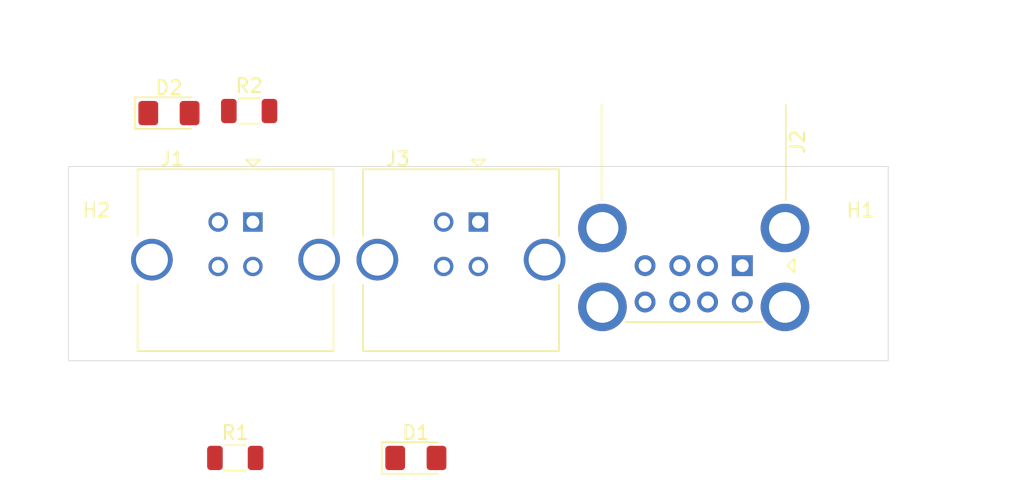
<source format=kicad_pcb>
(kicad_pcb (version 20240108) (generator "pcbnew") (generator_version "8.0")
  (layers (0 "F.Cu" signal) (31 "B.Cu" signal) (34 "B.Paste" user) (35 "F.Paste" user) (36 "B.SilkS" user "B.Silkscreen") (37 "F.SilkS" user "F.Silkscreen") (38 "B.Mask" user) (39 "F.Mask" user) (44 "Edge.Cuts" user))
  (net 0 "")
  (net 1 "GND")
  (net 2 "Net-(D1-A)")
  (net 3 "Net-(D2-A)")
  (net 4 "Net-(J1-D-)")
  (net 5 "Net-(J1-D+)")
  (net 6 "Net-(J1-VBUS)")
  (net 7 "Net-(J2-D1-)")
  (net 10 "Net-(J2-D1+)")
  (net 11 "Net-(J3-VBUS)")
  (footprint "Connector_USB:USB_A_CUI_UJ2-ADH-TH_Horizontal_Stacked" (layer "F.Cu") (at 169.500002 97.142316 -90)
    (property "Reference" "J2" (at -8.92 -3.990001 90) (layer "F.SilkS"))
    (property "Value" "USB_A_Stacked")
    (fp_line (start -11.58 10.13) (end -4.73 10.13) (stroke (width 0.12)) (layer "F.SilkS"))
    (fp_line (start 4.070001 8.4) (end 4.07 -1.4) (stroke (width 0.12)) (layer "F.SilkS"))
    (fp_line (start -4.73 -3.13) (end -11.58 -3.13) (stroke (width 0.12)) (layer "F.SilkS"))
    (fp_line (start 0 -3.25) (end 0.5 -3.75) (stroke (width 0.12)) (layer "F.SilkS"))
    (fp_line (start -0.5 -3.75) (end 0 -3.25) (stroke (width 0.12)) (layer "F.SilkS"))
    (fp_line (start 0.5 -3.75) (end -0.5 -3.75) (stroke (width 0.12)) (layer "F.SilkS"))
    (pad "1" thru_hole rect (at 0 0 270) (size 1.5 1.5) (drill 0.92) (layers "*.Cu" "*.Mask"))
    (pad "2" thru_hole circle (at 0 2.5 270) (size 1.5 1.5) (drill 0.92) (layers "*.Cu" "*.Mask") (net 7 "Net-(J2-D1-)"))
    (pad "3" thru_hole circle (at 0 4.500001 270) (size 1.5 1.5) (drill 0.92) (layers "*.Cu" "*.Mask") (net 10 "Net-(J2-D1+)"))
    (pad "4" thru_hole circle (at 0 6.999999 270) (size 1.5 1.5) (drill 0.92) (layers "*.Cu" "*.Mask") (net 1 "GND"))
    (pad "5" thru_hole circle (at 2.62 0 270) (size 1.5 1.5) (drill 0.92) (layers "*.Cu" "*.Mask"))
    (pad "6" thru_hole circle (at 2.62 2.5 270) (size 1.5 1.5) (drill 0.92) (layers "*.Cu" "*.Mask") (net 4 "Net-(J1-D-)"))
    (pad "7" thru_hole circle (at 2.62 4.5 270) (size 1.5 1.5) (drill 0.92) (layers "*.Cu" "*.Mask") (net 5 "Net-(J1-D+)"))
    (pad "8" thru_hole circle (at 2.62 7 270) (size 1.5 1.5) (drill 0.92) (layers "*.Cu" "*.Mask") (net 1 "GND"))
    (pad "9" thru_hole circle (at -2.71 -3.07 270) (size 3.5 3.5) (drill 2.3) (layers "*.Cu" "*.Mask") (net 1 "GND"))
    (pad "9" thru_hole circle (at -2.71 10.07 270) (size 3.5 3.5) (drill 2.3) (layers "*.Cu" "*.Mask") (net 1 "GND"))
    (pad "9" thru_hole circle (at 2.97 -3.07 270) (size 3.5 3.5) (drill 2.3) (layers "*.Cu" "*.Mask") (net 1 "GND"))
    (pad "9" thru_hole circle (at 2.97 10.07 270) (size 3.5 3.5) (drill 2.3) (layers "*.Cu" "*.Mask") (net 1 "GND"))
  )
  (footprint "LED_SMD:LED_1206_3216Metric_Pad1.42x1.75mm_HandSolder" (layer "F.Cu") (at 146 111)
    (property "Reference" "D1" (at 0 -1.82 0) (layer "F.SilkS"))
    (property "Value" "LED_Small")
    (fp_line (start -2.46 -1.135) (end -2.46 1.135) (stroke (width 0.12)) (layer "F.SilkS"))
    (fp_line (start -2.46 1.135) (end 1.6 1.135) (stroke (width 0.12)) (layer "F.SilkS"))
    (fp_line (start 1.6 -1.135) (end -2.46 -1.135) (stroke (width 0.12)) (layer "F.SilkS"))
    (pad "1" smd roundrect (at -1.4875 0) (size 1.425 1.75) (layers "F.Cu" "F.Paste" "F.Mask") (roundrect_rratio 0.175439) (net 1 "GND"))
    (pad "2" smd roundrect (at 1.4875 0) (size 1.425 1.75) (layers "F.Cu" "F.Paste" "F.Mask") (roundrect_rratio 0.175439) (net 2 "Net-(D1-A)"))
  )
  (footprint "MountingHole:MountingHole_3.2mm_M3_ISO7380" (layer "F.Cu") (at 123 97)
    (property "Reference" "H2" (at 0 -3.85 0) (layer "F.SilkS"))
    (property "Value" "MountingHole_Pad")
    (pad "" np_thru_hole circle (at 0 0) (size 3.2 3.2) (drill 3.2) (layers "*.Cu" "*.Mask"))
  )
  (footprint "Resistor_SMD:R_1206_3216Metric" (layer "F.Cu") (at 134 86)
    (property "Reference" "R2" (at 0 -1.82 0) (layer "F.SilkS"))
    (property "Value" "R_Small")
    (fp_line (start -0.727064 -0.91) (end 0.727064 -0.91) (stroke (width 0.12)) (layer "F.SilkS"))
    (fp_line (start -0.727064 0.91) (end 0.727064 0.91) (stroke (width 0.12)) (layer "F.SilkS"))
    (pad "1" smd roundrect (at -1.4625 0) (size 1.125 1.75) (layers "F.Cu" "F.Paste" "F.Mask") (roundrect_rratio 0.222222) (net 3 "Net-(D2-A)"))
    (pad "2" smd roundrect (at 1.4625 0) (size 1.125 1.75) (layers "F.Cu" "F.Paste" "F.Mask") (roundrect_rratio 0.222222) (net 11 "Net-(J3-VBUS)"))
  )
  (footprint "MountingHole:MountingHole_3.2mm_M3_ISO7380" (layer "F.Cu") (at 178 97)
    (property "Reference" "H1" (at 0 -3.85 0) (layer "F.SilkS"))
    (property "Value" "MountingHole_Pad")
    (pad "" np_thru_hole circle (at 0 0) (size 3.2 3.2) (drill 3.2) (layers "*.Cu" "*.Mask"))
  )
  (footprint "Connector_USB:USB_B_TE_5787834_Vertical" (layer "F.Cu") (at 134.27 94)
    (property "Reference" "J1" (at -5.8 -4.55 0) (layer "F.SilkS"))
    (property "Value" "USB_B")
    (fp_line (start -8.3 -3.8) (end 5.8 -3.8) (stroke (width 0.12)) (layer "F.SilkS"))
    (fp_line (start -8.3 1) (end -8.3 -3.8) (stroke (width 0.12)) (layer "F.SilkS"))
    (fp_line (start -8.3 9.3) (end -8.3 4.5) (stroke (width 0.12)) (layer "F.SilkS"))
    (fp_line (start -0.5 -4.5) (end 0 -4) (stroke (width 0.12)) (layer "F.SilkS"))
    (fp_line (start 0 -4) (end 0.5 -4.5) (stroke (width 0.12)) (layer "F.SilkS"))
    (fp_line (start 0.5 -4.5) (end -0.5 -4.5) (stroke (width 0.12)) (layer "F.SilkS"))
    (fp_line (start 5.8 -3.8) (end 5.8 1) (stroke (width 0.12)) (layer "F.SilkS"))
    (fp_line (start 5.8 4.5) (end 5.8 9.3) (stroke (width 0.12)) (layer "F.SilkS"))
    (fp_line (start 5.8 9.3) (end -8.3 9.3) (stroke (width 0.12)) (layer "F.SilkS"))
    (pad "1" thru_hole rect (at 0 0) (size 1.4 1.4) (drill 0.92) (layers "*.Cu" "*.Mask") (net 6 "Net-(J1-VBUS)"))
    (pad "2" thru_hole circle (at -2.5 0) (size 1.4 1.4) (drill 0.92) (layers "*.Cu" "*.Mask") (net 4 "Net-(J1-D-)"))
    (pad "3" thru_hole circle (at -2.5 3.2) (size 1.4 1.4) (drill 0.92) (layers "*.Cu" "*.Mask") (net 5 "Net-(J1-D+)"))
    (pad "4" thru_hole circle (at 0 3.2) (size 1.4 1.4) (drill 0.92) (layers "*.Cu" "*.Mask") (net 1 "GND"))
    (pad "5" thru_hole circle (at -7.27 2.71) (size 3 3) (drill 2.3) (layers "*.Cu" "*.Mask") (net 1 "GND"))
    (pad "5" thru_hole circle (at 4.77 2.71) (size 3 3) (drill 2.3) (layers "*.Cu" "*.Mask") (net 1 "GND"))
  )
  (footprint "LED_SMD:LED_1206_3216Metric_Pad1.42x1.75mm_HandSolder" (layer "F.Cu") (at 128.225 86.15)
    (property "Reference" "D2" (at 0 -1.82 0) (layer "F.SilkS"))
    (property "Value" "LED_Small")
    (fp_line (start -2.46 -1.135) (end -2.46 1.135) (stroke (width 0.12)) (layer "F.SilkS"))
    (fp_line (start -2.46 1.135) (end 1.6 1.135) (stroke (width 0.12)) (layer "F.SilkS"))
    (fp_line (start 1.6 -1.135) (end -2.46 -1.135) (stroke (width 0.12)) (layer "F.SilkS"))
    (pad "1" smd roundrect (at -1.4875 0) (size 1.425 1.75) (layers "F.Cu" "F.Paste" "F.Mask") (roundrect_rratio 0.175439) (net 1 "GND"))
    (pad "2" smd roundrect (at 1.4875 0) (size 1.425 1.75) (layers "F.Cu" "F.Paste" "F.Mask") (roundrect_rratio 0.175439) (net 3 "Net-(D2-A)"))
  )
  (footprint "Resistor_SMD:R_1206_3216Metric" (layer "F.Cu") (at 133 111)
    (property "Reference" "R1" (at 0 -1.82 0) (layer "F.SilkS"))
    (property "Value" "R_Small")
    (fp_line (start -0.727064 -0.91) (end 0.727064 -0.91) (stroke (width 0.12)) (layer "F.SilkS"))
    (fp_line (start -0.727064 0.91) (end 0.727064 0.91) (stroke (width 0.12)) (layer "F.SilkS"))
    (pad "1" smd roundrect (at -1.4625 0) (size 1.125 1.75) (layers "F.Cu" "F.Paste" "F.Mask") (roundrect_rratio 0.222222) (net 2 "Net-(D1-A)"))
    (pad "2" smd roundrect (at 1.4625 0) (size 1.125 1.75) (layers "F.Cu" "F.Paste" "F.Mask") (roundrect_rratio 0.222222) (net 6 "Net-(J1-VBUS)"))
  )
  (footprint "Connector_USB:USB_B_TE_5787834_Vertical" (layer "F.Cu") (at 150.5 94)
    (property "Reference" "J3" (at -5.8 -4.55 360) (layer "F.SilkS"))
    (property "Value" "USB_B")
    (fp_line (start -8.3 -3.8) (end 5.8 -3.8) (stroke (width 0.12)) (layer "F.SilkS"))
    (fp_line (start -8.3 1) (end -8.3 -3.8) (stroke (width 0.12)) (layer "F.SilkS"))
    (fp_line (start -8.3 9.3) (end -8.3 4.5) (stroke (width 0.12)) (layer "F.SilkS"))
    (fp_line (start -0.5 -4.5) (end 0 -4) (stroke (width 0.12)) (layer "F.SilkS"))
    (fp_line (start 0 -4) (end 0.5 -4.5) (stroke (width 0.12)) (layer "F.SilkS"))
    (fp_line (start 0.5 -4.5) (end -0.5 -4.5) (stroke (width 0.12)) (layer "F.SilkS"))
    (fp_line (start 5.8 -3.8) (end 5.8 1) (stroke (width 0.12)) (layer "F.SilkS"))
    (fp_line (start 5.8 4.5) (end 5.8 9.3) (stroke (width 0.12)) (layer "F.SilkS"))
    (fp_line (start 5.8 9.3) (end -8.3 9.3) (stroke (width 0.12)) (layer "F.SilkS"))
    (pad "1" thru_hole rect (at 0 0) (size 1.4 1.4) (drill 0.92) (layers "*.Cu" "*.Mask") (net 11 "Net-(J3-VBUS)"))
    (pad "2" thru_hole circle (at -2.5 0) (size 1.4 1.4) (drill 0.92) (layers "*.Cu" "*.Mask") (net 7 "Net-(J2-D1-)"))
    (pad "3" thru_hole circle (at -2.5 3.2) (size 1.4 1.4) (drill 0.92) (layers "*.Cu" "*.Mask") (net 10 "Net-(J2-D1+)"))
    (pad "4" thru_hole circle (at 0 3.2) (size 1.4 1.4) (drill 0.92) (layers "*.Cu" "*.Mask") (net 1 "GND"))
    (pad "5" thru_hole circle (at -7.27 2.71) (size 3 3) (drill 2.3) (layers "*.Cu" "*.Mask") (net 1 "GND"))
    (pad "5" thru_hole circle (at 4.77 2.71) (size 3 3) (drill 2.3) (layers "*.Cu" "*.Mask") (net 1 "GND"))
  )
  (gr_rect (start 121 90) (end 180 104) (stroke (width 0.05)) (fill none) (layer "Edge.Cuts"))
)
</source>
